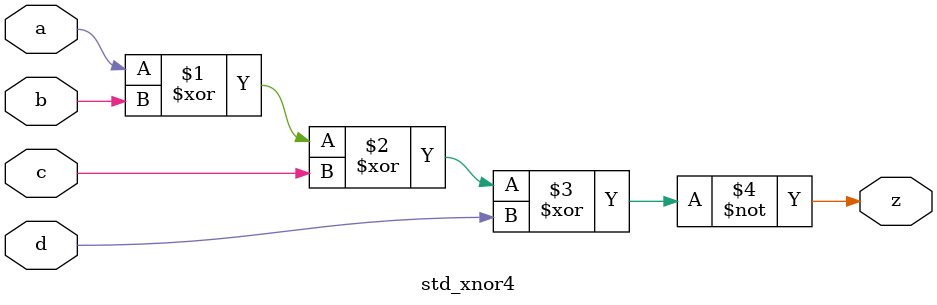
<source format=sv>

module std_xnor4 #(parameter DW = 1 ) // array width
(
	input [DW-1:0]  a,
	input [DW-1:0]  b,
	input [DW-1:0]  c,
	input [DW-1:0]  d,
	output [DW-1:0] z
);

assign z =  ~(a ^ b ^ c ^ d);

endmodule

</source>
